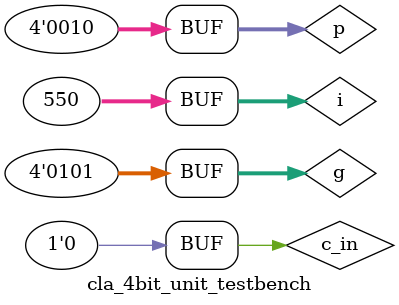
<source format=sv>
`timescale 1ns/10ps

module lcu_4bit (
   output logic       PG, GG,
   output logic [3:1] c_add,
   input  logic [3:0] p, g,
   input  logic       c_in
   ); 
   
   // c1 = g0 + p0c0 (b0 as intermediate value)
   logic b0;
   and (b0, p[0], c_in);
   or  (c_add[1], g[0], b0);
   
   // c2 = g1 + g0p1 + c0p1p0 (b1 and b2 as intermediate values)
   logic b1, b2;
   and (b1, c_in, p[1], p[0]);
   and (b2, p[1], g[0]);
   or  (c_add[2], g[1], b2, b1);
   
   // c3 = g2 + g1p2 + g0p2p1 + c0p2p1p0;
   logic b3, b4, b5;
   and (b3, c_in, p[2], p[1], p[0]);
   and (b4, g[0], p[2], p[1]);
   and (b5, g[1], p[2]);
   or  (c_add[3], g[2], b5, b4, b3);
   
   // -- GROUP SIGNALS --//
   // -- for the p and g produced by the 4bit adder into higher level cla -- //
   // PG = p0p1p2p3
   and (PG, p[0], p[1], p[2], p[3]);
   
   // GG = g3 + g2p3 + g1p3p2 + g0p3p2p1
   logic b6, b7, b8;
   and (b6, g[0], p[3], p[2], p[1]);
   and (b7, g[1], p[3], p[2]);
   and (b8, g[2], p[3]);
   or  (GG, g[3], b8, b7, b6);

endmodule


// Note: testbench only worked when the #50s
//       were omitted
module cla_4bit_unit_testbench ();
   logic       PG, GG;
   logic [3:1] c_add;
   logic [3:0] p, g;
   logic       c_in;

   lcu_4bit dut (.PG, .GG, .c_add, .p, .g, .c_in);

   integer i;
   initial begin
      for (i = 0; i < 550; i++) begin
         {c_in, p, g} = i; #10;
      end
   end
endmodule 

</source>
